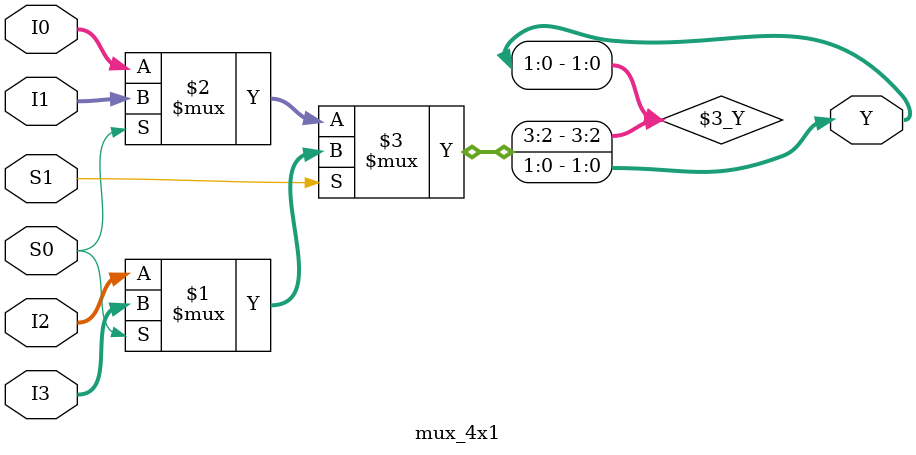
<source format=v>
`timescale 1ns / 1ps


module mux_4x1(I0, I1, I2, I3, S0, S1, Y);

input [3:0] I0, I1, I2, I3;
input S0, S1;

output [1:0] Y;

assign Y = S1 ? (S0 ? I3 : I2) : (S0 ? I1 : I0);

endmodule
</source>
